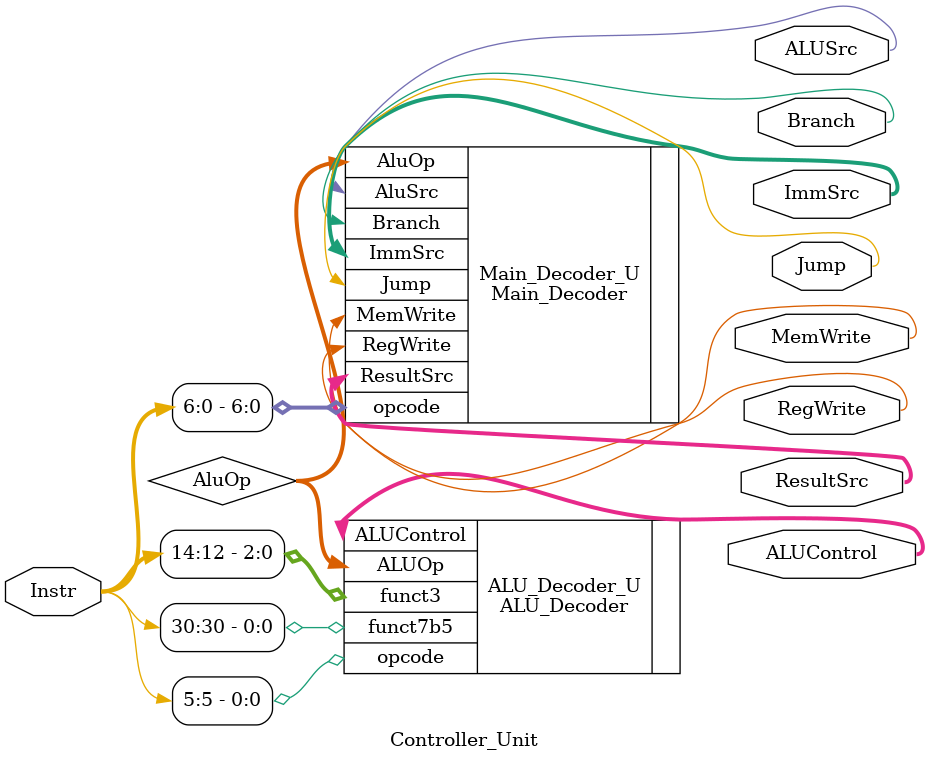
<source format=v>
module Controller_Unit(
    // input-output ports
    // input  wire 		Zero		,
    input  wire [31:0] 	Instr       ,
	
    output wire  		MemWrite    ,
    output wire  		RegWrite    ,
    output wire [1:0] 	ImmSrc      ,
    output wire  		ALUSrc      ,
    output wire [2:0] 	ALUControl  ,
    output wire [1:0] 	ResultSrc   ,

    output wire  		Jump        ,       
    output wire  		Branch               
);
    
    //internal signals
   // wire 			Jump, Branch	;
    wire	[1:0] 	AluOp			;
   
    //main decoder instantiation
    Main_Decoder Main_Decoder_U(
            .opcode		(Instr[6:0]	)	, 
            .Jump		(Jump		)	, 
            .Branch		(Branch		)	, 
            .MemWrite	(MemWrite	)	, 
            .RegWrite	(RegWrite	)	, 
            .AluSrc		(ALUSrc		)	, 
            .ImmSrc		(ImmSrc		)	, 
            .ResultSrc	(ResultSrc	)	, 
            .AluOp		(AluOp		)
        );
		
    
    //ALU Decoder instantiation
    ALU_Decoder ALU_Decoder_U (
        .opcode		(Instr[5]		)	,
        .funct3		(Instr[14:12]	)	, 
        .funct7b5	(Instr[30]		)	,
        .ALUOp		(AluOp			)	, 
        .ALUControl	(ALUControl		)
    );

endmodule 
</source>
